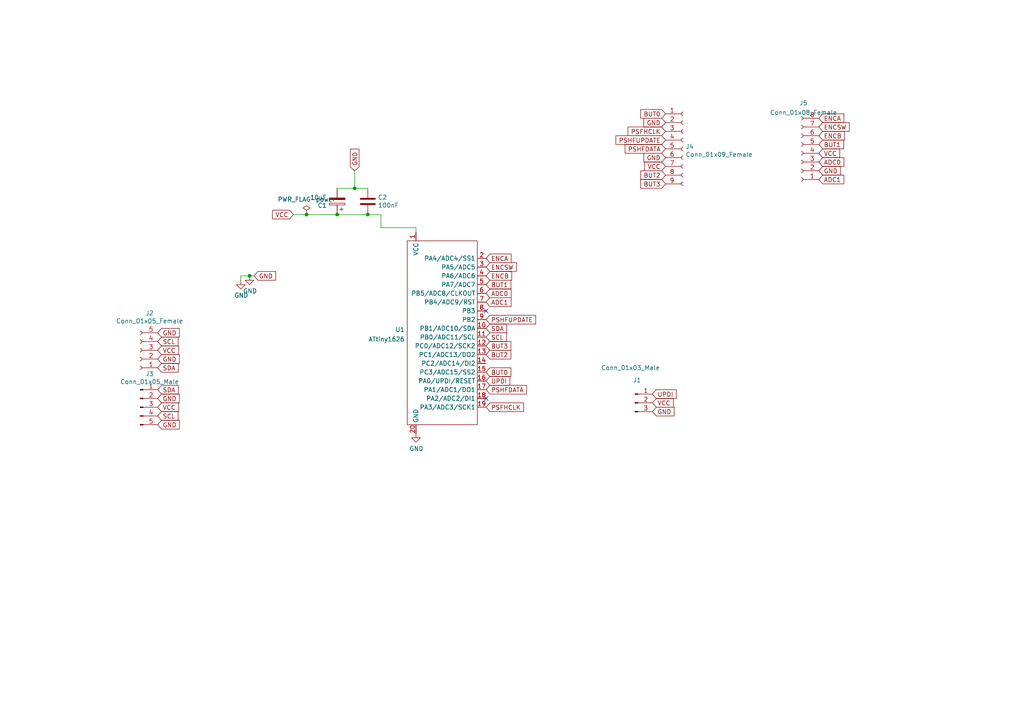
<source format=kicad_sch>
(kicad_sch (version 20211123) (generator eeschema)
  (paper "A4")
  (lib_symbols
    (symbol "Connector:Conn_01x03_Male" (pin_names (offset 1.016) hide)
      (property "Reference" "J" (at 0 5.08 0))
      (property "Value" "Conn_01x03_Male" (at 0 -5.08 0))
      (symbol "Conn_01x03_Male_1_1"
        (polyline (pts (xy 1.27 -2.54) (xy 0.8636 -2.54)) (stroke (width 0.1524)))
        (polyline (pts (xy 1.27 0) (xy 0.8636 0)) (stroke (width 0.1524)))
        (polyline (pts (xy 1.27 2.54) (xy 0.8636 2.54)) (stroke (width 0.1524)))
        (rectangle (start 0.8636 -2.413) (end 0 -2.667) (stroke (width 0.1524)) (fill (type outline)))
        (rectangle (start 0.8636 0.127) (end 0 -0.127) (stroke (width 0.1524)) (fill (type outline)))
        (rectangle (start 0.8636 2.667) (end 0 2.413) (stroke (width 0.1524)) (fill (type outline)))
        (pin passive line (at 5.08 2.54 180) (length 3.81) (name "Pin_1") (number "1"))
        (pin passive line (at 5.08 0 180) (length 3.81) (name "Pin_2") (number "2"))
        (pin passive line (at 5.08 -2.54 180) (length 3.81) (name "Pin_3") (number "3"))
      )
    )
    (symbol "Connector:Conn_01x05_Female" (pin_names (offset 1.016) hide)
      (property "Reference" "J" (at 0 7.62 0))
      (property "Value" "Conn_01x05_Female" (at 0 -7.62 0))
      (symbol "Conn_01x05_Female_1_1"
        (arc (start 0 -4.572) (mid -0.508 -5.08) (end 0 -5.588) (stroke (width 0.1524)))
        (arc (start 0 -2.032) (mid -0.508 -2.54) (end 0 -3.048) (stroke (width 0.1524)))
        (polyline (pts (xy -1.27 -5.08) (xy -0.508 -5.08)) (stroke (width 0.1524)))
        (polyline (pts (xy -1.27 -2.54) (xy -0.508 -2.54)) (stroke (width 0.1524)))
        (polyline (pts (xy -1.27 0) (xy -0.508 0)) (stroke (width 0.1524)))
        (polyline (pts (xy -1.27 2.54) (xy -0.508 2.54)) (stroke (width 0.1524)))
        (polyline (pts (xy -1.27 5.08) (xy -0.508 5.08)) (stroke (width 0.1524)))
        (arc (start 0 0.508) (mid -0.508 0) (end 0 -0.508) (stroke (width 0.1524)))
        (arc (start 0 3.048) (mid -0.508 2.54) (end 0 2.032) (stroke (width 0.1524)))
        (arc (start 0 5.588) (mid -0.508 5.08) (end 0 4.572) (stroke (width 0.1524)))
        (pin passive line (at -5.08 5.08 0) (length 3.81) (name "Pin_1") (number "1"))
        (pin passive line (at -5.08 2.54 0) (length 3.81) (name "Pin_2") (number "2"))
        (pin passive line (at -5.08 0 0) (length 3.81) (name "Pin_3") (number "3"))
        (pin passive line (at -5.08 -2.54 0) (length 3.81) (name "Pin_4") (number "4"))
        (pin passive line (at -5.08 -5.08 0) (length 3.81) (name "Pin_5") (number "5"))
      )
    )
    (symbol "Connector:Conn_01x05_Male" (pin_names (offset 1.016) hide)
      (property "Reference" "J" (at 0 7.62 0))
      (property "Value" "Conn_01x05_Male" (at 0 -7.62 0))
      (symbol "Conn_01x05_Male_1_1"
        (polyline (pts (xy 1.27 -5.08) (xy 0.8636 -5.08)) (stroke (width 0.1524)))
        (polyline (pts (xy 1.27 -2.54) (xy 0.8636 -2.54)) (stroke (width 0.1524)))
        (polyline (pts (xy 1.27 0) (xy 0.8636 0)) (stroke (width 0.1524)))
        (polyline (pts (xy 1.27 2.54) (xy 0.8636 2.54)) (stroke (width 0.1524)))
        (polyline (pts (xy 1.27 5.08) (xy 0.8636 5.08)) (stroke (width 0.1524)))
        (rectangle (start 0.8636 -4.953) (end 0 -5.207) (stroke (width 0.1524)) (fill (type outline)))
        (rectangle (start 0.8636 -2.413) (end 0 -2.667) (stroke (width 0.1524)) (fill (type outline)))
        (rectangle (start 0.8636 0.127) (end 0 -0.127) (stroke (width 0.1524)) (fill (type outline)))
        (rectangle (start 0.8636 2.667) (end 0 2.413) (stroke (width 0.1524)) (fill (type outline)))
        (rectangle (start 0.8636 5.207) (end 0 4.953) (stroke (width 0.1524)) (fill (type outline)))
        (pin passive line (at 5.08 5.08 180) (length 3.81) (name "Pin_1") (number "1"))
        (pin passive line (at 5.08 2.54 180) (length 3.81) (name "Pin_2") (number "2"))
        (pin passive line (at 5.08 0 180) (length 3.81) (name "Pin_3") (number "3"))
        (pin passive line (at 5.08 -2.54 180) (length 3.81) (name "Pin_4") (number "4"))
        (pin passive line (at 5.08 -5.08 180) (length 3.81) (name "Pin_5") (number "5"))
      )
    )
    (symbol "Connector:Conn_01x08_Female" (pin_names (offset 1.016) hide)
      (property "Reference" "J" (at 0 10.16 0))
      (property "Value" "Conn_01x08_Female" (at 0 -12.7 0))
      (symbol "Conn_01x08_Female_1_1"
        (arc (start 0 -9.652) (mid -0.508 -10.16) (end 0 -10.668) (stroke (width 0.1524)))
        (arc (start 0 -7.112) (mid -0.508 -7.62) (end 0 -8.128) (stroke (width 0.1524)))
        (arc (start 0 -4.572) (mid -0.508 -5.08) (end 0 -5.588) (stroke (width 0.1524)))
        (arc (start 0 -2.032) (mid -0.508 -2.54) (end 0 -3.048) (stroke (width 0.1524)))
        (polyline (pts (xy -1.27 -10.16) (xy -0.508 -10.16)) (stroke (width 0.1524)))
        (polyline (pts (xy -1.27 -7.62) (xy -0.508 -7.62)) (stroke (width 0.1524)))
        (polyline (pts (xy -1.27 -5.08) (xy -0.508 -5.08)) (stroke (width 0.1524)))
        (polyline (pts (xy -1.27 -2.54) (xy -0.508 -2.54)) (stroke (width 0.1524)))
        (polyline (pts (xy -1.27 0) (xy -0.508 0)) (stroke (width 0.1524)))
        (polyline (pts (xy -1.27 2.54) (xy -0.508 2.54)) (stroke (width 0.1524)))
        (polyline (pts (xy -1.27 5.08) (xy -0.508 5.08)) (stroke (width 0.1524)))
        (polyline (pts (xy -1.27 7.62) (xy -0.508 7.62)) (stroke (width 0.1524)))
        (arc (start 0 0.508) (mid -0.508 0) (end 0 -0.508) (stroke (width 0.1524)))
        (arc (start 0 3.048) (mid -0.508 2.54) (end 0 2.032) (stroke (width 0.1524)))
        (arc (start 0 5.588) (mid -0.508 5.08) (end 0 4.572) (stroke (width 0.1524)))
        (arc (start 0 8.128) (mid -0.508 7.62) (end 0 7.112) (stroke (width 0.1524)))
        (pin passive line (at -5.08 7.62 0) (length 3.81) (name "Pin_1") (number "1"))
        (pin passive line (at -5.08 5.08 0) (length 3.81) (name "Pin_2") (number "2"))
        (pin passive line (at -5.08 2.54 0) (length 3.81) (name "Pin_3") (number "3"))
        (pin passive line (at -5.08 0 0) (length 3.81) (name "Pin_4") (number "4"))
        (pin passive line (at -5.08 -2.54 0) (length 3.81) (name "Pin_5") (number "5"))
        (pin passive line (at -5.08 -5.08 0) (length 3.81) (name "Pin_6") (number "6"))
        (pin passive line (at -5.08 -7.62 0) (length 3.81) (name "Pin_7") (number "7"))
        (pin passive line (at -5.08 -10.16 0) (length 3.81) (name "Pin_8") (number "8"))
      )
    )
    (symbol "Connector:Conn_01x09_Female" (pin_names (offset 1.016) hide)
      (property "Reference" "J" (at 0 12.7 0))
      (property "Value" "Conn_01x09_Female" (at 0 -12.7 0))
      (symbol "Conn_01x09_Female_1_1"
        (arc (start 0 -9.652) (mid -0.508 -10.16) (end 0 -10.668) (stroke (width 0.1524)))
        (arc (start 0 -7.112) (mid -0.508 -7.62) (end 0 -8.128) (stroke (width 0.1524)))
        (arc (start 0 -4.572) (mid -0.508 -5.08) (end 0 -5.588) (stroke (width 0.1524)))
        (arc (start 0 -2.032) (mid -0.508 -2.54) (end 0 -3.048) (stroke (width 0.1524)))
        (polyline (pts (xy -1.27 -10.16) (xy -0.508 -10.16)) (stroke (width 0.1524)))
        (polyline (pts (xy -1.27 -7.62) (xy -0.508 -7.62)) (stroke (width 0.1524)))
        (polyline (pts (xy -1.27 -5.08) (xy -0.508 -5.08)) (stroke (width 0.1524)))
        (polyline (pts (xy -1.27 -2.54) (xy -0.508 -2.54)) (stroke (width 0.1524)))
        (polyline (pts (xy -1.27 0) (xy -0.508 0)) (stroke (width 0.1524)))
        (polyline (pts (xy -1.27 2.54) (xy -0.508 2.54)) (stroke (width 0.1524)))
        (polyline (pts (xy -1.27 5.08) (xy -0.508 5.08)) (stroke (width 0.1524)))
        (polyline (pts (xy -1.27 7.62) (xy -0.508 7.62)) (stroke (width 0.1524)))
        (polyline (pts (xy -1.27 10.16) (xy -0.508 10.16)) (stroke (width 0.1524)))
        (arc (start 0 0.508) (mid -0.508 0) (end 0 -0.508) (stroke (width 0.1524)))
        (arc (start 0 3.048) (mid -0.508 2.54) (end 0 2.032) (stroke (width 0.1524)))
        (arc (start 0 5.588) (mid -0.508 5.08) (end 0 4.572) (stroke (width 0.1524)))
        (arc (start 0 8.128) (mid -0.508 7.62) (end 0 7.112) (stroke (width 0.1524)))
        (arc (start 0 10.668) (mid -0.508 10.16) (end 0 9.652) (stroke (width 0.1524)))
        (pin passive line (at -5.08 10.16 0) (length 3.81) (name "Pin_1") (number "1"))
        (pin passive line (at -5.08 7.62 0) (length 3.81) (name "Pin_2") (number "2"))
        (pin passive line (at -5.08 5.08 0) (length 3.81) (name "Pin_3") (number "3"))
        (pin passive line (at -5.08 2.54 0) (length 3.81) (name "Pin_4") (number "4"))
        (pin passive line (at -5.08 0 0) (length 3.81) (name "Pin_5") (number "5"))
        (pin passive line (at -5.08 -2.54 0) (length 3.81) (name "Pin_6") (number "6"))
        (pin passive line (at -5.08 -5.08 0) (length 3.81) (name "Pin_7") (number "7"))
        (pin passive line (at -5.08 -7.62 0) (length 3.81) (name "Pin_8") (number "8"))
        (pin passive line (at -5.08 -10.16 0) (length 3.81) (name "Pin_9") (number "9"))
      )
    )
    (symbol "Device:C" (pin_numbers hide) (pin_names (offset 0.254))
      (property "Reference" "C" (at 0.635 2.54 0))
      (property "Value" "C" (at 0.635 -2.54 0))
      (symbol "C_0_1"
        (polyline (pts (xy -2.032 -0.762) (xy 2.032 -0.762)) (stroke (width 0.508)))
        (polyline (pts (xy -2.032 0.762) (xy 2.032 0.762)) (stroke (width 0.508)))
      )
      (symbol "C_1_1"
        (pin passive line (at 0 3.81 270) (length 2.794) (name "~") (number "1"))
        (pin passive line (at 0 -3.81 90) (length 2.794) (name "~") (number "2"))
      )
    )
    (symbol "Device:CP" (pin_numbers hide) (pin_names (offset 0.254))
      (property "Reference" "C" (at 0.635 2.54 0))
      (property "Value" "Device_CP" (at 0.635 -2.54 0))
      (symbol "CP_0_1"
        (rectangle (start -2.286 0.508) (end 2.286 1.016))
        (polyline (pts (xy -1.778 2.286) (xy -0.762 2.286)))
        (polyline (pts (xy -1.27 2.794) (xy -1.27 1.778)))
        (rectangle (start 2.286 -0.508) (end -2.286 -1.016) (fill (type outline)))
      )
      (symbol "CP_1_1"
        (pin passive line (at 0 3.81 270) (length 2.794) (name "~") (number "1"))
        (pin passive line (at 0 -3.81 90) (length 2.794) (name "~") (number "2"))
      )
    )
    (symbol "btn-matrix-rescue:GND-power" (power) (pin_names (offset 0))
      (property "Value" "btn-matrix-rescue_GND-power" (at 0 -3.81 0))
      (symbol "GND-power_0_1"
        (polyline (pts (xy 0 0) (xy 0 -1.27) (xy 1.27 -1.27) (xy 0 -2.54) (xy -1.27 -1.27) (xy 0 -1.27)))
      )
      (symbol "GND-power_1_1"
        (pin power_in line (at 0 0 270) (length 0) hide (name "GND") (number "1"))
      )
    )
    (symbol "btn-matrix-rescue:PWR_FLAG-power" (power) (pin_numbers hide) (pin_names (offset 0) hide)
      (property "Value" "btn-matrix-rescue_PWR_FLAG-power" (at 0 3.81 0))
      (symbol "PWR_FLAG-power_0_0"
        (pin power_out line (at 0 0 90) (length 0) (name "pwr") (number "1"))
      )
      (symbol "PWR_FLAG-power_0_1"
        (polyline (pts (xy 0 0) (xy 0 1.27) (xy -1.016 1.905) (xy 0 2.54) (xy 1.016 1.905) (xy 0 1.27)))
      )
    )
    (symbol "flex_AmbisonicLib:ATtiny1626"
      (property "Reference" "U" (at 7.62 31.75 0))
      (property "Value" "ATtiny1626" (at 1.27 36.83 0))
      (symbol "ATtiny1626_0_0"
        (pin power_in line (at -8.89 30.48 270) (length 2.54) (name "VCC") (number "1"))
        (pin input line (at 11.43 2.54 180) (length 2.54) (name "PB1/ADC10/SDA") (number "10"))
        (pin input line (at 11.43 0 180) (length 2.54) (name "PB0/ADC11/SCL") (number "11"))
        (pin input line (at 11.43 -2.54 180) (length 2.54) (name "PC0/ADC12/SCK2") (number "12"))
        (pin input line (at 11.43 -5.08 180) (length 2.54) (name "PC1/ADC13/DO2") (number "13"))
        (pin input line (at 11.43 -7.62 180) (length 2.54) (name "PC2/ADC14/DI2") (number "14"))
        (pin input line (at 11.43 -10.16 180) (length 2.54) (name "PC3/ADC15/SS2") (number "15"))
        (pin input line (at 11.43 -12.7 180) (length 2.54) (name "PA0/UPDI/RESET") (number "16"))
        (pin input line (at 11.43 -15.24 180) (length 2.54) (name "PA1/ADC1/DO1") (number "17"))
        (pin input line (at 11.43 -17.78 180) (length 2.54) (name "PA2/ADC2/DI1") (number "18"))
        (pin input line (at 11.43 -20.32 180) (length 2.54) (name "PA3/ADC3/SCK1") (number "19"))
        (pin input line (at 11.43 22.86 180) (length 2.54) (name "PA4/ADC4/SS1") (number "2"))
        (pin power_in line (at -8.89 -27.94 90) (length 2.54) (name "GND") (number "20"))
        (pin input line (at 11.43 20.32 180) (length 2.54) (name "PA5/ADC5") (number "3"))
        (pin input line (at 11.43 17.78 180) (length 2.54) (name "PA6/ADC6") (number "4"))
        (pin input line (at 11.43 15.24 180) (length 2.54) (name "PA7/ADC7") (number "5"))
        (pin input line (at 11.43 12.7 180) (length 2.54) (name "PB5/ADC8/CLKOUT") (number "6"))
        (pin input line (at 11.43 10.16 180) (length 2.54) (name "PB4/ADC9/RST") (number "7"))
        (pin input line (at 11.43 7.62 180) (length 2.54) (name "PB3") (number "8"))
        (pin input line (at 11.43 5.08 180) (length 2.54) (name "PB2") (number "9"))
      )
      (symbol "ATtiny1626_0_1"
        (rectangle (start -11.43 27.94) (end 8.89 -25.4) (stroke (width 0.1524)))
      )
    )
    (symbol "power:GND" (power) (pin_names (offset 0))
      (property "Value" "GND" (at 0 -3.81 0))
      (symbol "GND_0_1"
        (polyline (pts (xy 0 0) (xy 0 -1.27) (xy 1.27 -1.27) (xy 0 -2.54) (xy -1.27 -1.27) (xy 0 -1.27)))
      )
      (symbol "GND_1_1"
        (pin power_in line (at 0 0 270) (length 0) hide (name "GND") (number "1"))
      )
    )
  )
  (junction (at 72.39 80.01))
  (junction (at 88.9 62.23))
  (junction (at 106.68 62.23))
  (junction (at 102.87 54.61))
  (junction (at 97.79 62.23))
  (no_connect (at 140.97 90.17))
  (no_connect (at 140.97 115.57))
  (wire (pts (xy 106.68 62.23) (xy 97.79 62.23)))
  (wire (pts (xy 69.85 80.01) (xy 69.85 81.28)))
  (wire (pts (xy 72.39 80.01) (xy 69.85 80.01)))
  (wire (pts (xy 88.9 62.23) (xy 85.09 62.23)))
  (wire (pts (xy 110.49 62.23) (xy 106.68 62.23)))
  (wire (pts (xy 106.68 54.61) (xy 102.87 54.61)))
  (wire (pts (xy 120.65 67.31) (xy 120.65 66.04)))
  (wire (pts (xy 102.87 54.61) (xy 97.79 54.61)))
  (wire (pts (xy 110.49 66.04) (xy 120.65 66.04)))
  (wire (pts (xy 110.49 66.04) (xy 110.49 62.23)))
  (wire (pts (xy 102.87 49.53) (xy 102.87 54.61)))
  (wire (pts (xy 97.79 62.23) (xy 88.9 62.23)))
  (wire (pts (xy 73.66 80.01) (xy 72.39 80.01)))
  (global_label "SCL" (shape input) (at 140.97 97.79 0) (property "Intersheet References" "${INTERSHEET_REFS}" (effects hide)))
  (global_label "PSFHCLK" (shape input) (at 193.04 38.1 180) (property "Intersheet References" "${INTERSHEET_REFS}" (effects hide)))
  (global_label "ENCA" (shape input) (at 237.49 34.29 0) (property "Intersheet References" "${INTERSHEET_REFS}" (effects hide)))
  (global_label "VCC" (shape input) (at 45.72 101.6 0) (property "Intersheet References" "${INTERSHEET_REFS}" (effects hide)))
  (global_label "PSHFDATA" (shape input) (at 140.97 113.03 0) (property "Intersheet References" "${INTERSHEET_REFS}" (effects hide)))
  (global_label "ENCA" (shape input) (at 140.97 74.93 0) (property "Intersheet References" "${INTERSHEET_REFS}" (effects hide)))
  (global_label "GND" (shape input) (at 193.04 35.56 180) (property "Intersheet References" "${INTERSHEET_REFS}" (effects hide)))
  (global_label "UPDI" (shape input) (at 189.23 114.3 0) (property "Intersheet References" "${INTERSHEET_REFS}" (effects hide)))
  (global_label "ADC1" (shape input) (at 140.97 87.63 0) (property "Intersheet References" "${INTERSHEET_REFS}" (effects hide)))
  (global_label "BUT0" (shape input) (at 140.97 107.95 0) (property "Intersheet References" "${INTERSHEET_REFS}" (effects hide)))
  (global_label "GND" (shape input) (at 45.72 96.52 0) (property "Intersheet References" "${INTERSHEET_REFS}" (effects hide)))
  (global_label "ADC1" (shape input) (at 237.49 52.07 0) (property "Intersheet References" "${INTERSHEET_REFS}" (effects hide)))
  (global_label "SDA" (shape input) (at 140.97 95.25 0) (property "Intersheet References" "${INTERSHEET_REFS}" (effects hide)))
  (global_label "ENCSW" (shape input) (at 237.49 36.83 0) (property "Intersheet References" "${INTERSHEET_REFS}" (effects hide)))
  (global_label "GND" (shape input) (at 73.66 80.01 0) (property "Intersheet References" "${INTERSHEET_REFS}" (effects hide)))
  (global_label "GND" (shape input) (at 193.04 45.72 180) (property "Intersheet References" "${INTERSHEET_REFS}" (effects hide)))
  (global_label "ADC0" (shape input) (at 237.49 46.99 0) (property "Intersheet References" "${INTERSHEET_REFS}" (effects hide)))
  (global_label "VCC" (shape input) (at 189.23 116.84 0) (property "Intersheet References" "${INTERSHEET_REFS}" (effects hide)))
  (global_label "ENCB" (shape input) (at 237.49 39.37 0) (property "Intersheet References" "${INTERSHEET_REFS}" (effects hide)))
  (global_label "SCL" (shape input) (at 45.72 99.06 0) (property "Intersheet References" "${INTERSHEET_REFS}" (effects hide)))
  (global_label "VCC" (shape input) (at 193.04 48.26 180) (property "Intersheet References" "${INTERSHEET_REFS}" (effects hide)))
  (global_label "PSHFUPDATE" (shape input) (at 193.04 40.64 180) (property "Intersheet References" "${INTERSHEET_REFS}" (effects hide)))
  (global_label "SDA" (shape input) (at 45.72 113.03 0) (property "Intersheet References" "${INTERSHEET_REFS}" (effects hide)))
  (global_label "VCC" (shape input) (at 45.72 118.11 0) (property "Intersheet References" "${INTERSHEET_REFS}" (effects hide)))
  (global_label "PSHFDATA" (shape input) (at 193.04 43.18 180) (property "Intersheet References" "${INTERSHEET_REFS}" (effects hide)))
  (global_label "PSHFUPDATE" (shape input) (at 140.97 92.71 0) (property "Intersheet References" "${INTERSHEET_REFS}" (effects hide)))
  (global_label "BUT1" (shape input) (at 237.49 41.91 0) (property "Intersheet References" "${INTERSHEET_REFS}" (effects hide)))
  (global_label "SCL" (shape input) (at 45.72 120.65 0) (property "Intersheet References" "${INTERSHEET_REFS}" (effects hide)))
  (global_label "BUT3" (shape input) (at 140.97 100.33 0) (property "Intersheet References" "${INTERSHEET_REFS}" (effects hide)))
  (global_label "BUT2" (shape input) (at 140.97 102.87 0) (property "Intersheet References" "${INTERSHEET_REFS}" (effects hide)))
  (global_label "BUT0" (shape input) (at 193.04 33.02 180) (property "Intersheet References" "${INTERSHEET_REFS}" (effects hide)))
  (global_label "GND" (shape input) (at 189.23 119.38 0) (property "Intersheet References" "${INTERSHEET_REFS}" (effects hide)))
  (global_label "ENCSW" (shape input) (at 140.97 77.47 0) (property "Intersheet References" "${INTERSHEET_REFS}" (effects hide)))
  (global_label "ADC0" (shape input) (at 140.97 85.09 0) (property "Intersheet References" "${INTERSHEET_REFS}" (effects hide)))
  (global_label "ENCB" (shape input) (at 140.97 80.01 0) (property "Intersheet References" "${INTERSHEET_REFS}" (effects hide)))
  (global_label "GND" (shape input) (at 45.72 115.57 0) (property "Intersheet References" "${INTERSHEET_REFS}" (effects hide)))
  (global_label "GND" (shape input) (at 237.49 49.53 0) (property "Intersheet References" "${INTERSHEET_REFS}" (effects hide)))
  (global_label "GND" (shape input) (at 45.72 123.19 0) (property "Intersheet References" "${INTERSHEET_REFS}" (effects hide)))
  (global_label "PSFHCLK" (shape input) (at 140.97 118.11 0) (property "Intersheet References" "${INTERSHEET_REFS}" (effects hide)))
  (global_label "SDA" (shape input) (at 45.72 106.68 0) (property "Intersheet References" "${INTERSHEET_REFS}" (effects hide)))
  (global_label "VCC" (shape input) (at 85.09 62.23 180) (property "Intersheet References" "${INTERSHEET_REFS}" (effects hide)))
  (global_label "GND" (shape input) (at 102.87 49.53 90) (property "Intersheet References" "${INTERSHEET_REFS}" (effects hide)))
  (global_label "BUT3" (shape input) (at 193.04 53.34 180) (property "Intersheet References" "${INTERSHEET_REFS}" (effects hide)))
  (global_label "UPDI" (shape input) (at 140.97 110.49 0) (property "Intersheet References" "${INTERSHEET_REFS}" (effects hide)))
  (global_label "BUT2" (shape input) (at 193.04 50.8 180) (property "Intersheet References" "${INTERSHEET_REFS}" (effects hide)))
  (global_label "VCC" (shape input) (at 237.49 44.45 0) (property "Intersheet References" "${INTERSHEET_REFS}" (effects hide)))
  (global_label "BUT1" (shape input) (at 140.97 82.55 0) (property "Intersheet References" "${INTERSHEET_REFS}" (effects hide)))
  (global_label "GND" (shape input) (at 45.72 104.14 0) (property "Intersheet References" "${INTERSHEET_REFS}" (effects hide)))
  (symbol (lib_id "Device:CP") (at 97.79 58.42 180) (unit 1)
    (property "Reference" "C1" (at 94.7928 59.5884 0) (effects (justify left)))
    (property "Value" "10uF" (at 94.7928 57.277 0) (effects (justify left)))
    (property "Footprint" "Capacitor_THT:CP_Radial_D4.0mm_P1.50mm" (effects hide))
  )
  (symbol (lib_id "Device:C") (at 106.68 58.42 0) (unit 1)
    (property "Reference" "C2" (at 109.601 57.2516 0) (effects (justify left)))
    (property "Value" "100nF" (at 109.601 59.563 0) (effects (justify left)))
    (property "Footprint" "Capacitor_SMD:C_1206_3216Metric_Pad1.33x1.80mm_HandSolder" (effects hide))
  )
  (symbol (lib_id "power:GND") (at 120.65 125.73 0) (unit 1)
    (property "Reference" "#PWR0104" (effects hide))
    (property "Value" "GND" (at 120.777 130.1242 0))
  )
  (symbol (lib_id "power:GND") (at 69.85 81.28 0) (unit 1)
    (property "Reference" "#PWR0106" (effects hide))
    (property "Value" "GND" (at 69.977 85.6742 0))
  )
  (symbol (lib_id "Connector:Conn_01x09_Female") (at 198.12 43.18 0) (unit 1)
    (property "Reference" "J4" (at 198.8312 42.5196 0) (effects (justify left)))
    (property "Value" "Conn_01x09_Female" (at 198.8312 44.831 0) (effects (justify left)))
    (property "Footprint" ".Ambisonic:Header-01x09-p2.54-selfsolder" (effects hide))
  )
  (symbol (lib_id "Connector:Conn_01x05_Female") (at 40.64 101.6 180) (unit 1)
    (property "Reference" "J2" (at 43.3832 90.805 0))
    (property "Value" "Conn_01x05_Female" (at 43.3832 93.1164 0))
    (property "Footprint" "Connector_PinSocket_2.54mm:PinSocket_1x05_P2.54mm_Horizontal" (effects hide))
  )
  (symbol (lib_id "Connector:Conn_01x05_Male") (at 40.64 118.11 0) (unit 1)
    (property "Reference" "J3" (at 43.3832 108.4326 0))
    (property "Value" "Conn_01x05_Male" (at 43.3832 110.744 0))
    (property "Footprint" "Connector_PinHeader_2.54mm:PinHeader_1x05_P2.54mm_Horizontal" (effects hide))
  )
  (symbol (lib_id "btn-matrix-rescue:PWR_FLAG-power") (at 88.9 62.23 0) (unit 1)
    (property "Reference" "#FLG0101" (effects hide))
    (property "Value" "PWR_FLAG-power" (at 88.9 57.8358 0))
  )
  (symbol (lib_id "btn-matrix-rescue:GND-power") (at 72.39 80.01 0) (unit 1)
    (property "Reference" "#PWR0107" (effects hide))
    (property "Value" "GND-power" (at 72.517 84.4042 0))
  )
  (symbol (lib_id "Connector:Conn_01x08_Female") (at 232.41 44.45 180) (unit 1)
    (property "Reference" "J5" (at 233.045 29.8663 0))
    (property "Value" "Conn_01x08_Female" (at 233.045 32.6414 0))
    (property "Footprint" "Connector_PinHeader_2.54mm:PinHeader_1x08_P2.54mm_Vertical" (effects hide))
  )
  (symbol (lib_id "flex_AmbisonicLib:ATtiny1626") (at 129.54 97.79 0) (unit 1)
    (property "Reference" "U1" (at 117.3988 95.6115 0) (effects (justify right)))
    (property "Value" "ATtiny1626" (at 117.3988 98.3866 0) (effects (justify right)))
    (property "Footprint" "attiny1626:SOIC127P1030X265-20N" (effects hide))
  )
  (symbol (lib_id "Connector:Conn_01x03_Male") (at 184.15 116.84 0) (unit 1)
    (property "Reference" "J1" (at 184.785 110.2573 0))
    (property "Value" "Conn_01x03_Male" (at 182.88 106.68 0))
    (property "Footprint" "Connector_PinHeader_2.54mm:PinHeader_1x03_P2.54mm_Vertical" (effects hide))
  )
)
</source>
